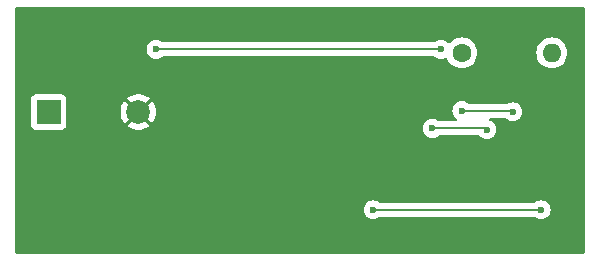
<source format=gbl>
G04 #@! TF.GenerationSoftware,KiCad,Pcbnew,8.0.8*
G04 #@! TF.CreationDate,2025-05-02T10:21:30-04:00*
G04 #@! TF.ProjectId,esp32,65737033-322e-46b6-9963-61645f706362,rev?*
G04 #@! TF.SameCoordinates,Original*
G04 #@! TF.FileFunction,Copper,L4,Bot*
G04 #@! TF.FilePolarity,Positive*
%FSLAX46Y46*%
G04 Gerber Fmt 4.6, Leading zero omitted, Abs format (unit mm)*
G04 Created by KiCad (PCBNEW 8.0.8) date 2025-05-02 10:21:30*
%MOMM*%
%LPD*%
G01*
G04 APERTURE LIST*
G04 #@! TA.AperFunction,ComponentPad*
%ADD10R,2.000000X2.000000*%
G04 #@! TD*
G04 #@! TA.AperFunction,ComponentPad*
%ADD11C,2.000000*%
G04 #@! TD*
G04 #@! TA.AperFunction,HeatsinkPad*
%ADD12C,0.600000*%
G04 #@! TD*
G04 #@! TA.AperFunction,ComponentPad*
%ADD13C,1.600000*%
G04 #@! TD*
G04 #@! TA.AperFunction,ComponentPad*
%ADD14O,1.600000X1.600000*%
G04 #@! TD*
G04 #@! TA.AperFunction,ViaPad*
%ADD15C,0.600000*%
G04 #@! TD*
G04 #@! TA.AperFunction,Conductor*
%ADD16C,0.200000*%
G04 #@! TD*
G04 APERTURE END LIST*
D10*
X117200000Y-99000000D03*
D11*
X124800000Y-99000000D03*
D12*
X136237500Y-98237500D03*
X136237500Y-99762500D03*
X137000000Y-97475000D03*
X137000000Y-99000000D03*
X137000000Y-100525000D03*
X137762500Y-98237500D03*
X137762500Y-99762500D03*
X138525000Y-97475000D03*
X138525000Y-99000000D03*
X138525000Y-100525000D03*
X139287500Y-98237500D03*
X139287500Y-99762500D03*
D13*
X152190000Y-94000000D03*
D14*
X159810000Y-94000000D03*
D15*
X126300000Y-93700000D03*
X150400000Y-93700000D03*
X149700000Y-100400000D03*
X154300000Y-100500000D03*
X158900000Y-107300000D03*
X144700000Y-107300000D03*
X156500000Y-99000000D03*
X152200000Y-98900000D03*
D16*
X126300000Y-93700000D02*
X150400000Y-93700000D01*
X154200000Y-100400000D02*
X154300000Y-100500000D01*
X149700000Y-100400000D02*
X154200000Y-100400000D01*
X144700000Y-107300000D02*
X158900000Y-107300000D01*
X152200000Y-98900000D02*
X156400000Y-98900000D01*
X156400000Y-98900000D02*
X156500000Y-99000000D01*
G04 #@! TA.AperFunction,Conductor*
G36*
X162542539Y-90129685D02*
G01*
X162588294Y-90182489D01*
X162599500Y-90234000D01*
X162599500Y-110875500D01*
X162579815Y-110942539D01*
X162527011Y-110988294D01*
X162475500Y-110999500D01*
X114524500Y-110999500D01*
X114457461Y-110979815D01*
X114411706Y-110927011D01*
X114400500Y-110875500D01*
X114400500Y-107299996D01*
X143894435Y-107299996D01*
X143894435Y-107300003D01*
X143914630Y-107479249D01*
X143914631Y-107479254D01*
X143974211Y-107649523D01*
X144070184Y-107802262D01*
X144197738Y-107929816D01*
X144350478Y-108025789D01*
X144520745Y-108085368D01*
X144520750Y-108085369D01*
X144699996Y-108105565D01*
X144700000Y-108105565D01*
X144700004Y-108105565D01*
X144879249Y-108085369D01*
X144879252Y-108085368D01*
X144879255Y-108085368D01*
X145049522Y-108025789D01*
X145202262Y-107929816D01*
X145202267Y-107929810D01*
X145205097Y-107927555D01*
X145207275Y-107926665D01*
X145208158Y-107926111D01*
X145208255Y-107926265D01*
X145269783Y-107901145D01*
X145282412Y-107900500D01*
X158317588Y-107900500D01*
X158384627Y-107920185D01*
X158394903Y-107927555D01*
X158397736Y-107929814D01*
X158397738Y-107929816D01*
X158550478Y-108025789D01*
X158720745Y-108085368D01*
X158720750Y-108085369D01*
X158899996Y-108105565D01*
X158900000Y-108105565D01*
X158900004Y-108105565D01*
X159079249Y-108085369D01*
X159079252Y-108085368D01*
X159079255Y-108085368D01*
X159249522Y-108025789D01*
X159402262Y-107929816D01*
X159529816Y-107802262D01*
X159625789Y-107649522D01*
X159685368Y-107479255D01*
X159705565Y-107300000D01*
X159685368Y-107120745D01*
X159625789Y-106950478D01*
X159529816Y-106797738D01*
X159402262Y-106670184D01*
X159249523Y-106574211D01*
X159079254Y-106514631D01*
X159079249Y-106514630D01*
X158900004Y-106494435D01*
X158899996Y-106494435D01*
X158720750Y-106514630D01*
X158720745Y-106514631D01*
X158550476Y-106574211D01*
X158397736Y-106670185D01*
X158394903Y-106672445D01*
X158392724Y-106673334D01*
X158391842Y-106673889D01*
X158391744Y-106673734D01*
X158330217Y-106698855D01*
X158317588Y-106699500D01*
X145282412Y-106699500D01*
X145215373Y-106679815D01*
X145205097Y-106672445D01*
X145202263Y-106670185D01*
X145202262Y-106670184D01*
X145145496Y-106634515D01*
X145049523Y-106574211D01*
X144879254Y-106514631D01*
X144879249Y-106514630D01*
X144700004Y-106494435D01*
X144699996Y-106494435D01*
X144520750Y-106514630D01*
X144520745Y-106514631D01*
X144350476Y-106574211D01*
X144197737Y-106670184D01*
X144070184Y-106797737D01*
X143974211Y-106950476D01*
X143914631Y-107120745D01*
X143914630Y-107120750D01*
X143894435Y-107299996D01*
X114400500Y-107299996D01*
X114400500Y-97952135D01*
X115699500Y-97952135D01*
X115699500Y-100047870D01*
X115699501Y-100047876D01*
X115705908Y-100107483D01*
X115756202Y-100242328D01*
X115756206Y-100242335D01*
X115842452Y-100357544D01*
X115842455Y-100357547D01*
X115957664Y-100443793D01*
X115957671Y-100443797D01*
X116092517Y-100494091D01*
X116092516Y-100494091D01*
X116099444Y-100494835D01*
X116152127Y-100500500D01*
X118247872Y-100500499D01*
X118307483Y-100494091D01*
X118442331Y-100443796D01*
X118557546Y-100357546D01*
X118643796Y-100242331D01*
X118694091Y-100107483D01*
X118700500Y-100047873D01*
X118700499Y-98999994D01*
X123294859Y-98999994D01*
X123294859Y-99000005D01*
X123315385Y-99247729D01*
X123315387Y-99247738D01*
X123376412Y-99488717D01*
X123476267Y-99716367D01*
X123612227Y-99924470D01*
X123636753Y-99951113D01*
X124356329Y-99231538D01*
X124399901Y-99307007D01*
X124492993Y-99400099D01*
X124568461Y-99443670D01*
X123850418Y-100161712D01*
X123976768Y-100260055D01*
X123976771Y-100260057D01*
X124195385Y-100378364D01*
X124195396Y-100378369D01*
X124430506Y-100459083D01*
X124675707Y-100500000D01*
X124924293Y-100500000D01*
X125169493Y-100459083D01*
X125341606Y-100399996D01*
X148894435Y-100399996D01*
X148894435Y-100400003D01*
X148914630Y-100579249D01*
X148914631Y-100579254D01*
X148974211Y-100749523D01*
X149037045Y-100849522D01*
X149070184Y-100902262D01*
X149197738Y-101029816D01*
X149350478Y-101125789D01*
X149361984Y-101129815D01*
X149520745Y-101185368D01*
X149520750Y-101185369D01*
X149699996Y-101205565D01*
X149700000Y-101205565D01*
X149700004Y-101205565D01*
X149879249Y-101185369D01*
X149879252Y-101185368D01*
X149879255Y-101185368D01*
X150049522Y-101125789D01*
X150202262Y-101029816D01*
X150202267Y-101029810D01*
X150205097Y-101027555D01*
X150207275Y-101026665D01*
X150208158Y-101026111D01*
X150208255Y-101026265D01*
X150269783Y-101001145D01*
X150282412Y-101000500D01*
X153617059Y-101000500D01*
X153684098Y-101020185D01*
X153704740Y-101036818D01*
X153797738Y-101129816D01*
X153950478Y-101225789D01*
X154120745Y-101285368D01*
X154120750Y-101285369D01*
X154299996Y-101305565D01*
X154300000Y-101305565D01*
X154300004Y-101305565D01*
X154479249Y-101285369D01*
X154479252Y-101285368D01*
X154479255Y-101285368D01*
X154649522Y-101225789D01*
X154802262Y-101129816D01*
X154929816Y-101002262D01*
X155025789Y-100849522D01*
X155085368Y-100679255D01*
X155105565Y-100500000D01*
X155104899Y-100494091D01*
X155085369Y-100320750D01*
X155085368Y-100320745D01*
X155064132Y-100260055D01*
X155025789Y-100150478D01*
X154998773Y-100107483D01*
X154962955Y-100050478D01*
X154929816Y-99997738D01*
X154802262Y-99870184D01*
X154699422Y-99805565D01*
X154649521Y-99774210D01*
X154556160Y-99741542D01*
X154499383Y-99700820D01*
X154473636Y-99635867D01*
X154487092Y-99567306D01*
X154535479Y-99516903D01*
X154597114Y-99500500D01*
X155817059Y-99500500D01*
X155884098Y-99520185D01*
X155904740Y-99536818D01*
X155997738Y-99629816D01*
X156150478Y-99725789D01*
X156306816Y-99780494D01*
X156320745Y-99785368D01*
X156320750Y-99785369D01*
X156499996Y-99805565D01*
X156500000Y-99805565D01*
X156500004Y-99805565D01*
X156679249Y-99785369D01*
X156679252Y-99785368D01*
X156679255Y-99785368D01*
X156849522Y-99725789D01*
X157002262Y-99629816D01*
X157129816Y-99502262D01*
X157225789Y-99349522D01*
X157285368Y-99179255D01*
X157285369Y-99179249D01*
X157305565Y-99000003D01*
X157305565Y-98999996D01*
X157285369Y-98820750D01*
X157285368Y-98820745D01*
X157273864Y-98787868D01*
X157225789Y-98650478D01*
X157129816Y-98497738D01*
X157002262Y-98370184D01*
X156849523Y-98274211D01*
X156679254Y-98214631D01*
X156679249Y-98214630D01*
X156500004Y-98194435D01*
X156499996Y-98194435D01*
X156320750Y-98214630D01*
X156320745Y-98214631D01*
X156150474Y-98274212D01*
X156140477Y-98280494D01*
X156074506Y-98299500D01*
X152782412Y-98299500D01*
X152715373Y-98279815D01*
X152705097Y-98272445D01*
X152702263Y-98270185D01*
X152702262Y-98270184D01*
X152613850Y-98214631D01*
X152549523Y-98174211D01*
X152379254Y-98114631D01*
X152379249Y-98114630D01*
X152200004Y-98094435D01*
X152199996Y-98094435D01*
X152020750Y-98114630D01*
X152020745Y-98114631D01*
X151850476Y-98174211D01*
X151697737Y-98270184D01*
X151570184Y-98397737D01*
X151474211Y-98550476D01*
X151414631Y-98720745D01*
X151414630Y-98720750D01*
X151394435Y-98899996D01*
X151394435Y-98900003D01*
X151414630Y-99079249D01*
X151414631Y-99079254D01*
X151474211Y-99249523D01*
X151510331Y-99307007D01*
X151570184Y-99402262D01*
X151697738Y-99529816D01*
X151708882Y-99536818D01*
X151762496Y-99570506D01*
X151808787Y-99622841D01*
X151819435Y-99691894D01*
X151791060Y-99755743D01*
X151732670Y-99794115D01*
X151696524Y-99799500D01*
X150282412Y-99799500D01*
X150215373Y-99779815D01*
X150205097Y-99772445D01*
X150202263Y-99770185D01*
X150202262Y-99770184D01*
X150113852Y-99714632D01*
X150049523Y-99674211D01*
X149879254Y-99614631D01*
X149879249Y-99614630D01*
X149700004Y-99594435D01*
X149699996Y-99594435D01*
X149520750Y-99614630D01*
X149520745Y-99614631D01*
X149350476Y-99674211D01*
X149197737Y-99770184D01*
X149070184Y-99897737D01*
X148974211Y-100050476D01*
X148914631Y-100220745D01*
X148914630Y-100220750D01*
X148894435Y-100399996D01*
X125341606Y-100399996D01*
X125404603Y-100378369D01*
X125404614Y-100378364D01*
X125623230Y-100260056D01*
X125623235Y-100260052D01*
X125749580Y-100161713D01*
X125749580Y-100161712D01*
X125031538Y-99443670D01*
X125107007Y-99400099D01*
X125200099Y-99307007D01*
X125243670Y-99231539D01*
X125963244Y-99951113D01*
X125963246Y-99951113D01*
X125987769Y-99924475D01*
X126123732Y-99716367D01*
X126223587Y-99488717D01*
X126284612Y-99247738D01*
X126284614Y-99247729D01*
X126305141Y-99000005D01*
X126305141Y-98999994D01*
X126284614Y-98752270D01*
X126284612Y-98752261D01*
X126223587Y-98511282D01*
X126123732Y-98283632D01*
X125987770Y-98075525D01*
X125963245Y-98048885D01*
X125243670Y-98768460D01*
X125200099Y-98692993D01*
X125107007Y-98599901D01*
X125031538Y-98556329D01*
X125749580Y-97838286D01*
X125749580Y-97838285D01*
X125623236Y-97739947D01*
X125623231Y-97739944D01*
X125404614Y-97621635D01*
X125404603Y-97621630D01*
X125169493Y-97540916D01*
X124924293Y-97500000D01*
X124675707Y-97500000D01*
X124430506Y-97540916D01*
X124195396Y-97621630D01*
X124195385Y-97621635D01*
X123976768Y-97739944D01*
X123976765Y-97739946D01*
X123850418Y-97838285D01*
X123850418Y-97838286D01*
X124568461Y-98556329D01*
X124492993Y-98599901D01*
X124399901Y-98692993D01*
X124356329Y-98768460D01*
X123636753Y-98048884D01*
X123636752Y-98048884D01*
X123612237Y-98075516D01*
X123476266Y-98283635D01*
X123376412Y-98511282D01*
X123315387Y-98752261D01*
X123315385Y-98752270D01*
X123294859Y-98999994D01*
X118700499Y-98999994D01*
X118700499Y-97952128D01*
X118694091Y-97892517D01*
X118643796Y-97757669D01*
X118643795Y-97757668D01*
X118643793Y-97757664D01*
X118557547Y-97642455D01*
X118557544Y-97642452D01*
X118442335Y-97556206D01*
X118442328Y-97556202D01*
X118307482Y-97505908D01*
X118307483Y-97505908D01*
X118247883Y-97499501D01*
X118247881Y-97499500D01*
X118247873Y-97499500D01*
X118247864Y-97499500D01*
X116152129Y-97499500D01*
X116152123Y-97499501D01*
X116092516Y-97505908D01*
X115957671Y-97556202D01*
X115957664Y-97556206D01*
X115842455Y-97642452D01*
X115842452Y-97642455D01*
X115756206Y-97757664D01*
X115756202Y-97757671D01*
X115705908Y-97892517D01*
X115699501Y-97952116D01*
X115699501Y-97952123D01*
X115699500Y-97952135D01*
X114400500Y-97952135D01*
X114400500Y-93699996D01*
X125494435Y-93699996D01*
X125494435Y-93700003D01*
X125514630Y-93879249D01*
X125514631Y-93879254D01*
X125574211Y-94049523D01*
X125670184Y-94202262D01*
X125797738Y-94329816D01*
X125881374Y-94382368D01*
X125950474Y-94425787D01*
X125950478Y-94425789D01*
X126030978Y-94453957D01*
X126120745Y-94485368D01*
X126120750Y-94485369D01*
X126299996Y-94505565D01*
X126300000Y-94505565D01*
X126300004Y-94505565D01*
X126479249Y-94485369D01*
X126479252Y-94485368D01*
X126479255Y-94485368D01*
X126649522Y-94425789D01*
X126802262Y-94329816D01*
X126802267Y-94329810D01*
X126805097Y-94327555D01*
X126807275Y-94326665D01*
X126808158Y-94326111D01*
X126808255Y-94326265D01*
X126869783Y-94301145D01*
X126882412Y-94300500D01*
X149817588Y-94300500D01*
X149884627Y-94320185D01*
X149894903Y-94327555D01*
X149897736Y-94329814D01*
X149897738Y-94329816D01*
X149981374Y-94382368D01*
X150050474Y-94425787D01*
X150050478Y-94425789D01*
X150130978Y-94453957D01*
X150220745Y-94485368D01*
X150220750Y-94485369D01*
X150399996Y-94505565D01*
X150400000Y-94505565D01*
X150400004Y-94505565D01*
X150579249Y-94485369D01*
X150579252Y-94485368D01*
X150579255Y-94485368D01*
X150749522Y-94425789D01*
X150788385Y-94401369D01*
X150855620Y-94382368D01*
X150922456Y-94402734D01*
X150966740Y-94453957D01*
X151059431Y-94652732D01*
X151059432Y-94652734D01*
X151189954Y-94839141D01*
X151350858Y-95000045D01*
X151350861Y-95000047D01*
X151537266Y-95130568D01*
X151743504Y-95226739D01*
X151963308Y-95285635D01*
X152125230Y-95299801D01*
X152189998Y-95305468D01*
X152190000Y-95305468D01*
X152190002Y-95305468D01*
X152246673Y-95300509D01*
X152416692Y-95285635D01*
X152636496Y-95226739D01*
X152842734Y-95130568D01*
X153029139Y-95000047D01*
X153190047Y-94839139D01*
X153320568Y-94652734D01*
X153416739Y-94446496D01*
X153475635Y-94226692D01*
X153495468Y-94000000D01*
X153495468Y-93999998D01*
X158504532Y-93999998D01*
X158504532Y-94000001D01*
X158524364Y-94226686D01*
X158524366Y-94226697D01*
X158583258Y-94446488D01*
X158583261Y-94446497D01*
X158679431Y-94652732D01*
X158679432Y-94652734D01*
X158809954Y-94839141D01*
X158970858Y-95000045D01*
X158970861Y-95000047D01*
X159157266Y-95130568D01*
X159363504Y-95226739D01*
X159583308Y-95285635D01*
X159745230Y-95299801D01*
X159809998Y-95305468D01*
X159810000Y-95305468D01*
X159810002Y-95305468D01*
X159866673Y-95300509D01*
X160036692Y-95285635D01*
X160256496Y-95226739D01*
X160462734Y-95130568D01*
X160649139Y-95000047D01*
X160810047Y-94839139D01*
X160940568Y-94652734D01*
X161036739Y-94446496D01*
X161095635Y-94226692D01*
X161115468Y-94000000D01*
X161095635Y-93773308D01*
X161036739Y-93553504D01*
X160940568Y-93347266D01*
X160812474Y-93164327D01*
X160810045Y-93160858D01*
X160649141Y-92999954D01*
X160462734Y-92869432D01*
X160462732Y-92869431D01*
X160256497Y-92773261D01*
X160256488Y-92773258D01*
X160036697Y-92714366D01*
X160036693Y-92714365D01*
X160036692Y-92714365D01*
X160036691Y-92714364D01*
X160036686Y-92714364D01*
X159810002Y-92694532D01*
X159809998Y-92694532D01*
X159583313Y-92714364D01*
X159583302Y-92714366D01*
X159363511Y-92773258D01*
X159363502Y-92773261D01*
X159157267Y-92869431D01*
X159157265Y-92869432D01*
X158970858Y-92999954D01*
X158809954Y-93160858D01*
X158679432Y-93347265D01*
X158679431Y-93347267D01*
X158583261Y-93553502D01*
X158583258Y-93553511D01*
X158524366Y-93773302D01*
X158524364Y-93773313D01*
X158504532Y-93999998D01*
X153495468Y-93999998D01*
X153475635Y-93773308D01*
X153416739Y-93553504D01*
X153320568Y-93347266D01*
X153192474Y-93164327D01*
X153190045Y-93160858D01*
X153029141Y-92999954D01*
X152842734Y-92869432D01*
X152842732Y-92869431D01*
X152636497Y-92773261D01*
X152636488Y-92773258D01*
X152416697Y-92714366D01*
X152416693Y-92714365D01*
X152416692Y-92714365D01*
X152416691Y-92714364D01*
X152416686Y-92714364D01*
X152190002Y-92694532D01*
X152189998Y-92694532D01*
X151963313Y-92714364D01*
X151963302Y-92714366D01*
X151743511Y-92773258D01*
X151743502Y-92773261D01*
X151537267Y-92869431D01*
X151537265Y-92869432D01*
X151350862Y-92999951D01*
X151189951Y-93160863D01*
X151187045Y-93164327D01*
X151128872Y-93203027D01*
X151059011Y-93204133D01*
X151004377Y-93172299D01*
X150902262Y-93070184D01*
X150749523Y-92974211D01*
X150579254Y-92914631D01*
X150579249Y-92914630D01*
X150400004Y-92894435D01*
X150399996Y-92894435D01*
X150220750Y-92914630D01*
X150220745Y-92914631D01*
X150050476Y-92974211D01*
X149897736Y-93070185D01*
X149894903Y-93072445D01*
X149892724Y-93073334D01*
X149891842Y-93073889D01*
X149891744Y-93073734D01*
X149830217Y-93098855D01*
X149817588Y-93099500D01*
X126882412Y-93099500D01*
X126815373Y-93079815D01*
X126805097Y-93072445D01*
X126802263Y-93070185D01*
X126802262Y-93070184D01*
X126690492Y-92999954D01*
X126649523Y-92974211D01*
X126479254Y-92914631D01*
X126479249Y-92914630D01*
X126300004Y-92894435D01*
X126299996Y-92894435D01*
X126120750Y-92914630D01*
X126120745Y-92914631D01*
X125950476Y-92974211D01*
X125797737Y-93070184D01*
X125670184Y-93197737D01*
X125574211Y-93350476D01*
X125514631Y-93520745D01*
X125514630Y-93520750D01*
X125494435Y-93699996D01*
X114400500Y-93699996D01*
X114400500Y-90234000D01*
X114420185Y-90166961D01*
X114472989Y-90121206D01*
X114524500Y-90110000D01*
X162475500Y-90110000D01*
X162542539Y-90129685D01*
G37*
G04 #@! TD.AperFunction*
M02*

</source>
